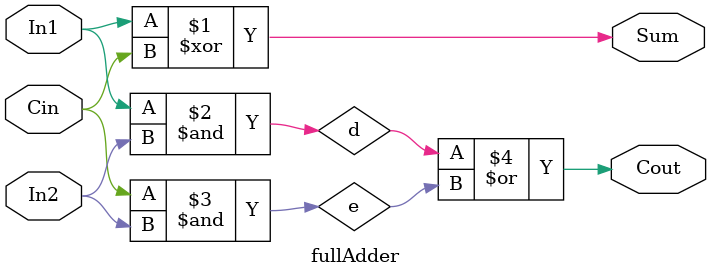
<source format=v>

`timescale 1ns / 1ps
module fullAdder (In1, In2,Cin,Sum,Cout);
  input In1, In2, Cin;
  output Sum, Cout;
  
xor #(1,4) (Sum,In1,Cin); 
and #(2,4) (d,In1,In2);
and #(3,4) (e,Cin,In2);
or #(4,4) (Cout,d,e); 
endmodule

module fullAdder_tb;


 // Inputs

 reg In1;

 reg In2;

 reg Cin;


 // Outputs

 wire Sum;
wire d;
wire e; 

 wire Cout;

 

 

 // Instantiate the Unit Under Test (UUT)

 fullAdder uut (

  .In1(In1), 

  .In2(In2), 

  .Cin(Cin), 

  .Sum(Sum), 

  .Cout(Cout)

  );

  
 endmodule
</source>
